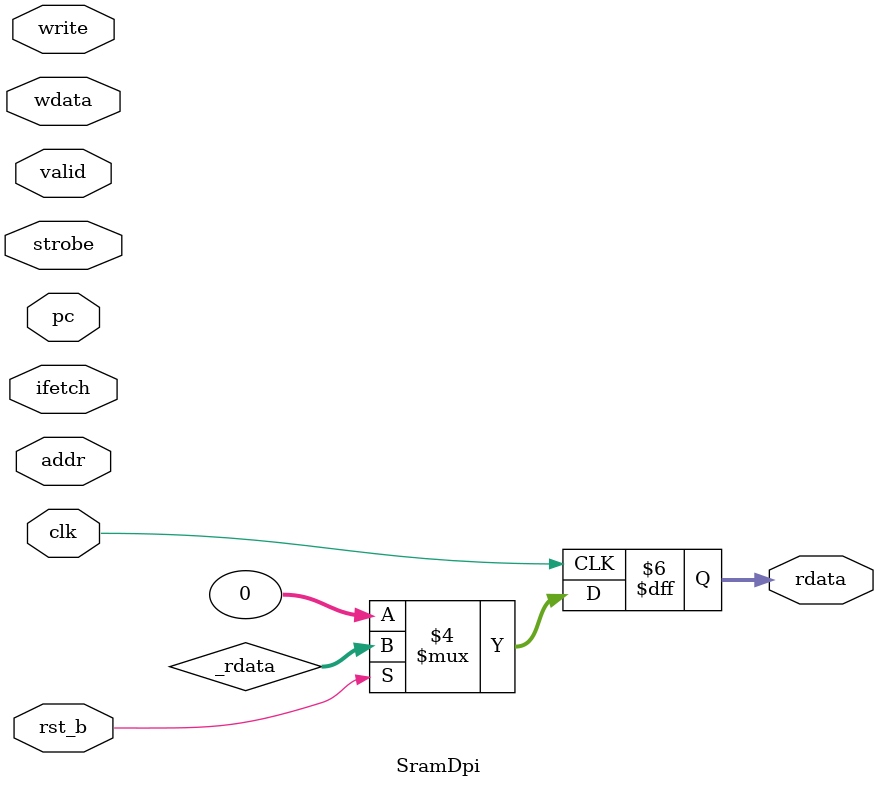
<source format=sv>
/* ------------------------------------------------------------------------------------------------
 * Copyright (c) 2023. Heqing Huang (feipenghhq@gmail.com)
 *
 * Project: NPC
 * Author: Heqing Huang
 * Date Created: 06/22/2024
 *
 * ------------------------------------------------------------------------------------------------
 * SramDpi: Sram using verilator dpi
 * ------------------------------------------------------------------------------------------------
 */

module SramDpi #(
    parameter XLEN      = 32
) (
    input  logic                clk,
    input  logic                rst_b,
    input  logic                ifetch, // for traceing
    input  logic [XLEN-1:0]     pc,     // for traceing
    input  logic                valid,
    input  logic                write,
    input  logic [XLEN-1:0]     addr,
    input  logic [XLEN/8-1:0]   strobe,
    input  logic [XLEN-1:0]     wdata,
    output logic [XLEN-1:0]     rdata
);

    logic [XLEN-1:0] _rdata;

    // Delay one clock cycle for read data to mimic synchronous ram
    always @(posedge clk) begin
        if (!rst_b) rdata <= 0;
        else rdata <= _rdata;
    end

    // -------------------------------------------
    // _Verilator DPI
    // -------------------------------------------
    `ifdef VERILATOR

        import "DPI-C" function void dpi_pmem_read(input int pc, input int addr, output int rdata, input bit ifetch);
        import "DPI-C" function void dpi_pmem_write(input int pc, input int addr, input int wdata, input byte strobe);

        // data memory write, we should only invoke the DPI function at the end of the clock
        // this is because once we call the function, the value in the C/C++ variable will change
        // immediately, but the data should really be written to memory at the end of the clock
        always @(posedge clk) begin
            if (valid && rst_b) begin
                if (write) begin
                    dpi_pmem_write(pc, addr, wdata, {4'b0, strobe});
                end
            end
        end

        // data memory read, read takes 0 cycle for single cycle core we should read combinationally
        // Another thing is we want to make only ONE call to dpi_pmem_read otherwise we will mess up
        // with the memory trace function (same memory read will be traced multiple time)
        // NOTE: We need to make sure that in verilator the new cycle start with clock being high!!!
        always @(clk) begin
            _rdata = 0;
            if (!clk && valid && !write && rst_b) begin
                dpi_pmem_read(pc, addr, _rdata, ifetch);
            end
        end

    `endif

endmodule
</source>
